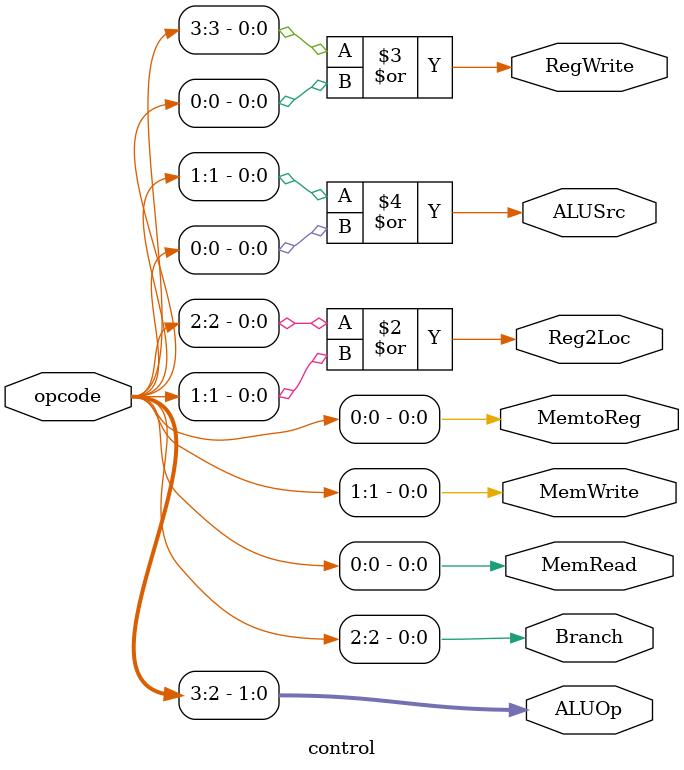
<source format=v>
module control(opcode, ALUOp, Reg2Loc, RegWrite, ALUSrc, Branch, MemRead, MemWrite, MemtoReg);
	`include "define.vh"
	
	input wire [3:0] opcode;
	output reg [1:0] ALUOp;
	output reg Reg2Loc, RegWrite, ALUSrc, Branch, MemRead, MemWrite, MemtoReg;

	always @(opcode) begin
		ALUOp <= opcode[3:2];
		Reg2Loc <= opcode[2] | opcode[1];
		RegWrite <= opcode[3] | opcode[0];
		ALUSrc <= opcode[1] | opcode[0];
		Branch <= opcode[2];
		MemRead <= opcode[0];
		MemWrite <= opcode[1];
		MemtoReg <= opcode[0];
	end	
	
endmodule
</source>
